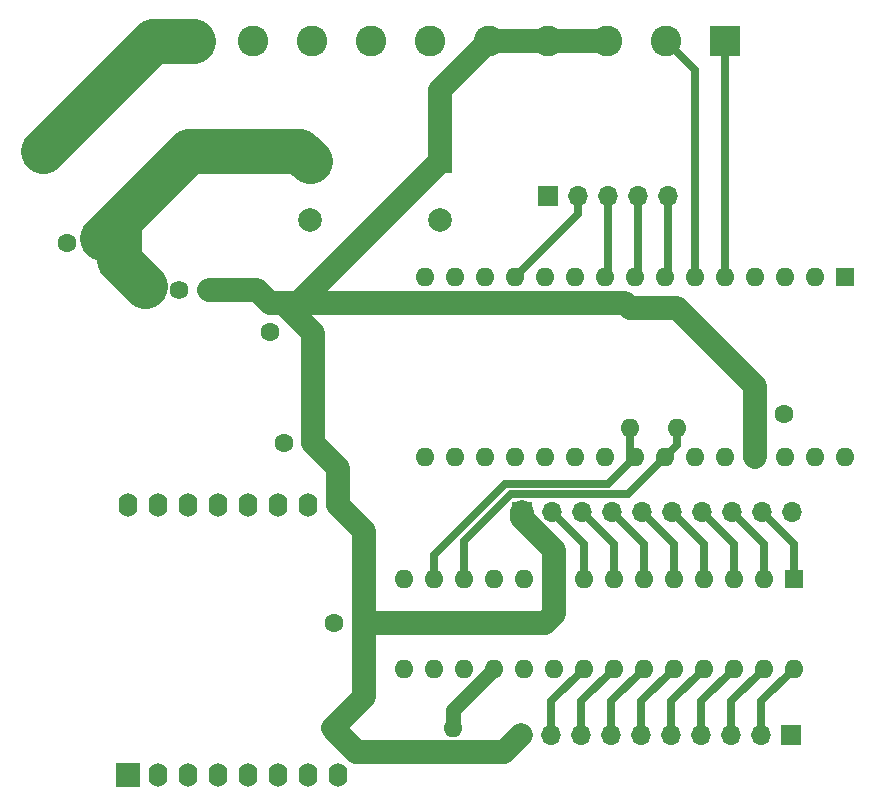
<source format=gbr>
%TF.GenerationSoftware,KiCad,Pcbnew,(5.1.9)-1*%
%TF.CreationDate,2021-11-25T16:44:50-06:00*%
%TF.ProjectId,RC8,5243382e-6b69-4636-9164-5f7063625858,rev?*%
%TF.SameCoordinates,Original*%
%TF.FileFunction,Copper,L1,Top*%
%TF.FilePolarity,Positive*%
%FSLAX46Y46*%
G04 Gerber Fmt 4.6, Leading zero omitted, Abs format (unit mm)*
G04 Created by KiCad (PCBNEW (5.1.9)-1) date 2021-11-25 16:44:50*
%MOMM*%
%LPD*%
G01*
G04 APERTURE LIST*
%TA.AperFunction,ComponentPad*%
%ADD10C,2.600000*%
%TD*%
%TA.AperFunction,ComponentPad*%
%ADD11R,2.600000X2.600000*%
%TD*%
%TA.AperFunction,ComponentPad*%
%ADD12O,1.700000X1.700000*%
%TD*%
%TA.AperFunction,ComponentPad*%
%ADD13R,1.700000X1.700000*%
%TD*%
%TA.AperFunction,ComponentPad*%
%ADD14O,1.600000X2.000000*%
%TD*%
%TA.AperFunction,ComponentPad*%
%ADD15R,2.000000X2.000000*%
%TD*%
%TA.AperFunction,ComponentPad*%
%ADD16C,1.600000*%
%TD*%
%TA.AperFunction,ComponentPad*%
%ADD17C,2.000000*%
%TD*%
%TA.AperFunction,ComponentPad*%
%ADD18O,1.600000X1.600000*%
%TD*%
%TA.AperFunction,ComponentPad*%
%ADD19R,1.600000X1.600000*%
%TD*%
%TA.AperFunction,ComponentPad*%
%ADD20C,1.590000*%
%TD*%
%TA.AperFunction,ComponentPad*%
%ADD21C,3.500000*%
%TD*%
%TA.AperFunction,Conductor*%
%ADD22C,0.635000*%
%TD*%
%TA.AperFunction,Conductor*%
%ADD23C,2.032000*%
%TD*%
%TA.AperFunction,Conductor*%
%ADD24C,1.270000*%
%TD*%
%TA.AperFunction,Conductor*%
%ADD25C,3.810000*%
%TD*%
G04 APERTURE END LIST*
D10*
%TO.P,J4,10*%
%TO.N,Net-(D1-PadA)*%
X65005740Y-45654180D03*
%TO.P,J4,9*%
%TO.N,GND*%
X70005740Y-45654180D03*
%TO.P,J4,8*%
X75005740Y-45654180D03*
%TO.P,J4,7*%
X80005740Y-45654180D03*
%TO.P,J4,6*%
X85005740Y-45654180D03*
%TO.P,J4,5*%
%TO.N,Net-(A1-Pad27)*%
X90005740Y-45654180D03*
%TO.P,J4,4*%
X95005740Y-45654180D03*
%TO.P,J4,3*%
X100005740Y-45654180D03*
%TO.P,J4,2*%
%TO.N,Net-(A1-Pad6)*%
X105005740Y-45654180D03*
D11*
%TO.P,J4,1*%
%TO.N,Net-(A1-Pad5)*%
X110005740Y-45654180D03*
%TD*%
D12*
%TO.P,J3,5*%
%TO.N,Net-(A1-Pad7)*%
X105178860Y-58742580D03*
%TO.P,J3,4*%
%TO.N,Net-(A1-Pad8)*%
X102638860Y-58742580D03*
%TO.P,J3,3*%
%TO.N,Net-(A1-Pad9)*%
X100098860Y-58742580D03*
%TO.P,J3,2*%
%TO.N,Net-(A1-Pad12)*%
X97558860Y-58742580D03*
D13*
%TO.P,J3,1*%
%TO.N,GND*%
X95018860Y-58742580D03*
%TD*%
D14*
%TO.P,U2,16*%
%TO.N,Net-(A1-Pad2)*%
X59423300Y-84907120D03*
%TO.P,U2,15*%
%TO.N,Net-(U2-Pad15)*%
X61963300Y-84907120D03*
%TO.P,U2,14*%
%TO.N,Net-(U2-Pad14)*%
X64503300Y-84907120D03*
%TO.P,U2,13*%
%TO.N,Net-(U2-Pad13)*%
X67043300Y-84907120D03*
%TO.P,U2,12*%
%TO.N,Net-(U2-Pad12)*%
X69583300Y-84907120D03*
%TO.P,U2,11*%
%TO.N,Net-(U2-Pad11)*%
X72123300Y-84907120D03*
%TO.P,U2,10*%
%TO.N,GND*%
X74663300Y-84907120D03*
%TO.P,U2,9*%
%TO.N,Net-(A1-Pad27)*%
X77203300Y-84907120D03*
%TO.P,U2,8*%
%TO.N,Net-(U2-Pad8)*%
X77203300Y-107767120D03*
%TO.P,U2,7*%
%TO.N,Net-(U2-Pad7)*%
X74663300Y-107767120D03*
%TO.P,U2,6*%
%TO.N,Net-(U2-Pad6)*%
X72123300Y-107767120D03*
%TO.P,U2,5*%
%TO.N,Net-(U2-Pad5)*%
X69583300Y-107767120D03*
%TO.P,U2,4*%
%TO.N,Net-(U2-Pad4)*%
X67043300Y-107767120D03*
%TO.P,U2,3*%
%TO.N,Net-(U2-Pad3)*%
X64503300Y-107767120D03*
D15*
%TO.P,U2,1*%
%TO.N,Net-(U2-Pad1)*%
X59423300Y-107767120D03*
D14*
%TO.P,U2,2*%
%TO.N,Net-(U2-Pad2)*%
X61963300Y-107767120D03*
%TD*%
D16*
%TO.P,C4,2*%
%TO.N,Net-(A1-Pad27)*%
X75146540Y-79689960D03*
%TO.P,C4,1*%
%TO.N,GND*%
X72646540Y-79689960D03*
%TD*%
D12*
%TO.P,J1,10*%
%TO.N,GND*%
X115685880Y-85498940D03*
%TO.P,J1,9*%
%TO.N,Net-(J1-Pad9)*%
X113145880Y-85498940D03*
%TO.P,J1,8*%
%TO.N,Net-(J1-Pad8)*%
X110605880Y-85498940D03*
%TO.P,J1,7*%
%TO.N,Net-(J1-Pad7)*%
X108065880Y-85498940D03*
%TO.P,J1,6*%
%TO.N,Net-(J1-Pad6)*%
X105525880Y-85498940D03*
%TO.P,J1,5*%
%TO.N,Net-(J1-Pad5)*%
X102985880Y-85498940D03*
%TO.P,J1,4*%
%TO.N,Net-(J1-Pad4)*%
X100445880Y-85498940D03*
%TO.P,J1,3*%
%TO.N,Net-(J1-Pad3)*%
X97905880Y-85498940D03*
%TO.P,J1,2*%
%TO.N,Net-(J1-Pad2)*%
X95365880Y-85498940D03*
D13*
%TO.P,J1,1*%
%TO.N,Net-(A1-Pad27)*%
X92825880Y-85498940D03*
%TD*%
D12*
%TO.P,J2,10*%
%TO.N,Net-(A1-Pad27)*%
X92765880Y-104371140D03*
%TO.P,J2,9*%
%TO.N,Net-(J2-Pad9)*%
X95305880Y-104371140D03*
%TO.P,J2,8*%
%TO.N,Net-(J2-Pad8)*%
X97845880Y-104371140D03*
%TO.P,J2,7*%
%TO.N,Net-(J2-Pad7)*%
X100385880Y-104371140D03*
%TO.P,J2,6*%
%TO.N,Net-(J2-Pad6)*%
X102925880Y-104371140D03*
%TO.P,J2,5*%
%TO.N,Net-(J2-Pad5)*%
X105465880Y-104371140D03*
%TO.P,J2,4*%
%TO.N,Net-(J2-Pad4)*%
X108005880Y-104371140D03*
%TO.P,J2,3*%
%TO.N,Net-(J2-Pad3)*%
X110545880Y-104371140D03*
%TO.P,J2,2*%
%TO.N,Net-(J2-Pad2)*%
X113085880Y-104371140D03*
D13*
%TO.P,J2,1*%
%TO.N,GND*%
X115625880Y-104371140D03*
%TD*%
D17*
%TO.P,C1,2*%
%TO.N,GND*%
X85895180Y-60798720D03*
D15*
%TO.P,C1,1*%
%TO.N,Net-(A1-Pad27)*%
X85895180Y-55798720D03*
%TD*%
D18*
%TO.P,U1,28*%
%TO.N,Net-(J2-Pad2)*%
X115875880Y-98755040D03*
%TO.P,U1,14*%
%TO.N,Net-(U1-Pad14)*%
X82855880Y-91135040D03*
%TO.P,U1,27*%
%TO.N,Net-(J2-Pad3)*%
X113335880Y-98755040D03*
%TO.P,U1,13*%
%TO.N,Net-(A1-Pad23)*%
X85395880Y-91135040D03*
%TO.P,U1,26*%
%TO.N,Net-(J2-Pad4)*%
X110795880Y-98755040D03*
%TO.P,U1,12*%
%TO.N,Net-(A1-Pad24)*%
X87935880Y-91135040D03*
%TO.P,U1,25*%
%TO.N,Net-(J2-Pad5)*%
X108255880Y-98755040D03*
%TO.P,U1,11*%
%TO.N,Net-(U1-Pad11)*%
X90475880Y-91135040D03*
%TO.P,U1,24*%
%TO.N,Net-(J2-Pad6)*%
X105715880Y-98755040D03*
%TO.P,U1,10*%
%TO.N,GND*%
X93015880Y-91135040D03*
%TO.P,U1,23*%
%TO.N,Net-(J2-Pad7)*%
X103175880Y-98755040D03*
%TO.P,U1,9*%
%TO.N,Net-(A1-Pad27)*%
X95555880Y-91135040D03*
%TO.P,U1,22*%
%TO.N,Net-(J2-Pad8)*%
X100635880Y-98755040D03*
%TO.P,U1,8*%
%TO.N,Net-(J1-Pad2)*%
X98095880Y-91135040D03*
%TO.P,U1,21*%
%TO.N,Net-(J2-Pad9)*%
X98095880Y-98755040D03*
%TO.P,U1,7*%
%TO.N,Net-(J1-Pad3)*%
X100635880Y-91135040D03*
%TO.P,U1,20*%
%TO.N,Net-(U1-Pad20)*%
X95555880Y-98755040D03*
%TO.P,U1,6*%
%TO.N,Net-(J1-Pad4)*%
X103175880Y-91135040D03*
%TO.P,U1,19*%
%TO.N,Net-(U1-Pad19)*%
X93015880Y-98755040D03*
%TO.P,U1,5*%
%TO.N,Net-(J1-Pad5)*%
X105715880Y-91135040D03*
%TO.P,U1,18*%
%TO.N,Net-(R1-Pad2)*%
X90475880Y-98755040D03*
%TO.P,U1,4*%
%TO.N,Net-(J1-Pad6)*%
X108255880Y-91135040D03*
%TO.P,U1,17*%
%TO.N,GND*%
X87935880Y-98755040D03*
%TO.P,U1,3*%
%TO.N,Net-(J1-Pad7)*%
X110795880Y-91135040D03*
%TO.P,U1,16*%
%TO.N,GND*%
X85395880Y-98755040D03*
%TO.P,U1,2*%
%TO.N,Net-(J1-Pad8)*%
X113335880Y-91135040D03*
%TO.P,U1,15*%
%TO.N,GND*%
X82855880Y-98755040D03*
D19*
%TO.P,U1,1*%
%TO.N,Net-(J1-Pad9)*%
X115875880Y-91135040D03*
%TD*%
D20*
%TO.P,RG1,3*%
%TO.N,Net-(A1-Pad27)*%
X66306700Y-66716800D03*
%TO.P,RG1,2*%
%TO.N,GND*%
X63766700Y-66716800D03*
%TO.P,RG1,1*%
%TO.N,Net-(C5-Pad1)*%
X61226700Y-66716800D03*
%TD*%
D18*
%TO.P,R2,2*%
%TO.N,Net-(A1-Pad23)*%
X101965760Y-78364080D03*
D16*
%TO.P,R2,1*%
%TO.N,Net-(A1-Pad27)*%
X101965760Y-68204080D03*
%TD*%
D18*
%TO.P,R3,2*%
%TO.N,Net-(A1-Pad24)*%
X105928160Y-78364080D03*
D16*
%TO.P,R3,1*%
%TO.N,Net-(A1-Pad27)*%
X105928160Y-68204080D03*
%TD*%
%TO.P,R1,1*%
%TO.N,Net-(A1-Pad27)*%
X76784200Y-103789480D03*
D18*
%TO.P,R1,2*%
%TO.N,Net-(R1-Pad2)*%
X86944200Y-103789480D03*
%TD*%
D21*
%TO.P,D1,C*%
%TO.N,Net-(C5-Pad1)*%
X67536060Y-54919880D03*
%TO.P,D1,A*%
%TO.N,Net-(D1-PadA)*%
X52296060Y-54919880D03*
%TD*%
D16*
%TO.P,C7,2*%
%TO.N,Net-(A1-Pad27)*%
X112526440Y-77182980D03*
%TO.P,C7,1*%
%TO.N,GND*%
X115026440Y-77182980D03*
%TD*%
D17*
%TO.P,C6,2*%
%TO.N,GND*%
X74856340Y-60798720D03*
D15*
%TO.P,C6,1*%
%TO.N,Net-(C5-Pad1)*%
X74856340Y-55798720D03*
%TD*%
D16*
%TO.P,C5,2*%
%TO.N,GND*%
X54329960Y-62717680D03*
%TO.P,C5,1*%
%TO.N,Net-(C5-Pad1)*%
X56829960Y-62717680D03*
%TD*%
%TO.P,C3,2*%
%TO.N,Net-(A1-Pad27)*%
X79421360Y-94902020D03*
%TO.P,C3,1*%
%TO.N,GND*%
X76921360Y-94902020D03*
%TD*%
%TO.P,C2,2*%
%TO.N,GND*%
X71478140Y-70290060D03*
%TO.P,C2,1*%
%TO.N,Net-(A1-Pad27)*%
X71478140Y-67790060D03*
%TD*%
D18*
%TO.P,A1,16*%
%TO.N,Net-(A1-Pad16)*%
X84582000Y-80873600D03*
%TO.P,A1,15*%
%TO.N,Net-(A1-Pad15)*%
X84582000Y-65633600D03*
%TO.P,A1,30*%
%TO.N,Net-(A1-Pad30)*%
X120142000Y-80873600D03*
%TO.P,A1,14*%
%TO.N,Net-(A1-Pad14)*%
X87122000Y-65633600D03*
%TO.P,A1,29*%
%TO.N,GND*%
X117602000Y-80873600D03*
%TO.P,A1,13*%
%TO.N,Net-(A1-Pad13)*%
X89662000Y-65633600D03*
%TO.P,A1,28*%
%TO.N,Net-(A1-Pad28)*%
X115062000Y-80873600D03*
%TO.P,A1,12*%
%TO.N,Net-(A1-Pad12)*%
X92202000Y-65633600D03*
%TO.P,A1,27*%
%TO.N,Net-(A1-Pad27)*%
X112522000Y-80873600D03*
%TO.P,A1,11*%
%TO.N,Net-(A1-Pad11)*%
X94742000Y-65633600D03*
%TO.P,A1,26*%
%TO.N,Net-(A1-Pad26)*%
X109982000Y-80873600D03*
%TO.P,A1,10*%
%TO.N,Net-(A1-Pad10)*%
X97282000Y-65633600D03*
%TO.P,A1,25*%
%TO.N,Net-(A1-Pad25)*%
X107442000Y-80873600D03*
%TO.P,A1,9*%
%TO.N,Net-(A1-Pad9)*%
X99822000Y-65633600D03*
%TO.P,A1,24*%
%TO.N,Net-(A1-Pad24)*%
X104902000Y-80873600D03*
%TO.P,A1,8*%
%TO.N,Net-(A1-Pad8)*%
X102362000Y-65633600D03*
%TO.P,A1,23*%
%TO.N,Net-(A1-Pad23)*%
X102362000Y-80873600D03*
%TO.P,A1,7*%
%TO.N,Net-(A1-Pad7)*%
X104902000Y-65633600D03*
%TO.P,A1,22*%
%TO.N,Net-(A1-Pad22)*%
X99822000Y-80873600D03*
%TO.P,A1,6*%
%TO.N,Net-(A1-Pad6)*%
X107442000Y-65633600D03*
%TO.P,A1,21*%
%TO.N,Net-(A1-Pad21)*%
X97282000Y-80873600D03*
%TO.P,A1,5*%
%TO.N,Net-(A1-Pad5)*%
X109982000Y-65633600D03*
%TO.P,A1,20*%
%TO.N,Net-(A1-Pad20)*%
X94742000Y-80873600D03*
%TO.P,A1,4*%
%TO.N,GND*%
X112522000Y-65633600D03*
%TO.P,A1,19*%
%TO.N,Net-(A1-Pad19)*%
X92202000Y-80873600D03*
%TO.P,A1,3*%
%TO.N,Net-(A1-Pad3)*%
X115062000Y-65633600D03*
%TO.P,A1,18*%
%TO.N,Net-(A1-Pad18)*%
X89662000Y-80873600D03*
%TO.P,A1,2*%
%TO.N,Net-(A1-Pad2)*%
X117602000Y-65633600D03*
%TO.P,A1,17*%
%TO.N,Net-(A1-Pad17)*%
X87122000Y-80873600D03*
D19*
%TO.P,A1,1*%
%TO.N,Net-(A1-Pad1)*%
X120142000Y-65633600D03*
%TD*%
D22*
%TO.N,Net-(A1-Pad12)*%
X97558860Y-60276740D02*
X92202000Y-65633600D01*
X97558860Y-58742580D02*
X97558860Y-60276740D01*
D23*
%TO.N,Net-(A1-Pad27)*%
X112526440Y-80869160D02*
X112522000Y-80873600D01*
X112526440Y-77182980D02*
X112526440Y-80869160D01*
X112526440Y-74802360D02*
X105928160Y-68204080D01*
X112526440Y-77182980D02*
X112526440Y-74802360D01*
X105928160Y-68204080D02*
X101965760Y-68204080D01*
X77203300Y-81746720D02*
X77203300Y-84907120D01*
X75146540Y-79689960D02*
X77203300Y-81746720D01*
X85895180Y-49764740D02*
X90005740Y-45654180D01*
X85895180Y-55798720D02*
X85895180Y-49764740D01*
X90005740Y-45654180D02*
X95005740Y-45654180D01*
X95005740Y-45654180D02*
X100005740Y-45654180D01*
X95555880Y-88746622D02*
X92825880Y-86016622D01*
X92825880Y-86016622D02*
X92825880Y-85498940D01*
X95555880Y-91135040D02*
X95555880Y-88746622D01*
X70404880Y-66716800D02*
X71478140Y-67790060D01*
X66306700Y-66716800D02*
X70404880Y-66716800D01*
X73903840Y-67790060D02*
X85895180Y-55798720D01*
X71478140Y-67790060D02*
X73903840Y-67790060D01*
X101551740Y-67790060D02*
X101965760Y-68204080D01*
X71478140Y-67790060D02*
X101551740Y-67790060D01*
X72609510Y-67790060D02*
X71478140Y-67790060D01*
X75146540Y-70327090D02*
X72609510Y-67790060D01*
X75146540Y-79689960D02*
X75146540Y-70327090D01*
X78800201Y-105805481D02*
X91331539Y-105805481D01*
X76784200Y-103789480D02*
X78800201Y-105805481D01*
X91331539Y-105805481D02*
X92765880Y-104371140D01*
X79421360Y-94902020D02*
X79421360Y-101152320D01*
X79421360Y-101152320D02*
X76784200Y-103789480D01*
X77203300Y-84907120D02*
X79421360Y-87125180D01*
X79421360Y-87125180D02*
X79421360Y-94902020D01*
X95555880Y-91135040D02*
X95555880Y-94154180D01*
X95555880Y-94154180D02*
X94808040Y-94902020D01*
X79421360Y-94902020D02*
X94808040Y-94902020D01*
D22*
%TO.N,Net-(A1-Pad9)*%
X100098860Y-65356740D02*
X99822000Y-65633600D01*
X100098860Y-58742580D02*
X100098860Y-65356740D01*
%TO.N,Net-(A1-Pad24)*%
X105928160Y-79847440D02*
X104902000Y-80873600D01*
X105928160Y-78364080D02*
X105928160Y-79847440D01*
X101810171Y-83965429D02*
X91924273Y-83965429D01*
X87935880Y-87953822D02*
X87935880Y-91135040D01*
X91924273Y-83965429D02*
X87935880Y-87953822D01*
X104902000Y-80873600D02*
X101810171Y-83965429D01*
%TO.N,Net-(A1-Pad8)*%
X102638860Y-65356740D02*
X102362000Y-65633600D01*
X102638860Y-58742580D02*
X102638860Y-65356740D01*
%TO.N,Net-(A1-Pad23)*%
X101965760Y-80477360D02*
X102362000Y-80873600D01*
X101965760Y-78364080D02*
X101965760Y-80477360D01*
X85395880Y-89116555D02*
X85395880Y-91135040D01*
X102362000Y-80873600D02*
X100105182Y-83130418D01*
X91382017Y-83130418D02*
X85395880Y-89116555D01*
X100105182Y-83130418D02*
X91382017Y-83130418D01*
%TO.N,Net-(A1-Pad7)*%
X105178860Y-65356740D02*
X104902000Y-65633600D01*
X105178860Y-58742580D02*
X105178860Y-65356740D01*
%TO.N,Net-(A1-Pad6)*%
X107442000Y-48090440D02*
X105005740Y-45654180D01*
X107442000Y-65633600D02*
X107442000Y-48090440D01*
%TO.N,Net-(A1-Pad5)*%
X110005740Y-65609860D02*
X109982000Y-65633600D01*
X110005740Y-45654180D02*
X110005740Y-65609860D01*
%TO.N,Net-(J1-Pad4)*%
X103175880Y-88228940D02*
X100445880Y-85498940D01*
X103175880Y-91135040D02*
X103175880Y-88228940D01*
%TO.N,Net-(J1-Pad3)*%
X100635880Y-88228940D02*
X97905880Y-85498940D01*
X100635880Y-91135040D02*
X100635880Y-88228940D01*
%TO.N,Net-(J1-Pad2)*%
X98095880Y-88228940D02*
X95365880Y-85498940D01*
X98095880Y-91135040D02*
X98095880Y-88228940D01*
%TO.N,Net-(J2-Pad9)*%
X95305880Y-101545040D02*
X98095880Y-98755040D01*
X95305880Y-104371140D02*
X95305880Y-101545040D01*
%TO.N,Net-(J2-Pad8)*%
X97845880Y-101545040D02*
X100635880Y-98755040D01*
X97845880Y-104371140D02*
X97845880Y-101545040D01*
%TO.N,Net-(J2-Pad7)*%
X100385880Y-101545040D02*
X103175880Y-98755040D01*
X100385880Y-104371140D02*
X100385880Y-101545040D01*
%TO.N,Net-(J2-Pad6)*%
X102925880Y-101545040D02*
X105715880Y-98755040D01*
X102925880Y-104371140D02*
X102925880Y-101545040D01*
%TO.N,Net-(J2-Pad5)*%
X105465880Y-101545040D02*
X108255880Y-98755040D01*
X105465880Y-104371140D02*
X105465880Y-101545040D01*
%TO.N,Net-(J2-Pad4)*%
X108005880Y-101545040D02*
X110795880Y-98755040D01*
X108005880Y-104371140D02*
X108005880Y-101545040D01*
%TO.N,Net-(J2-Pad3)*%
X110545880Y-101545040D02*
X113335880Y-98755040D01*
X110545880Y-104371140D02*
X110545880Y-101545040D01*
%TO.N,Net-(J2-Pad2)*%
X113085880Y-101545040D02*
X115875880Y-98755040D01*
X113085880Y-104371140D02*
X113085880Y-101545040D01*
%TO.N,Net-(J1-Pad9)*%
X115875880Y-88228940D02*
X113145880Y-85498940D01*
X115875880Y-91135040D02*
X115875880Y-88228940D01*
%TO.N,Net-(J1-Pad8)*%
X113335880Y-88228940D02*
X110605880Y-85498940D01*
X113335880Y-91135040D02*
X113335880Y-88228940D01*
%TO.N,Net-(J1-Pad7)*%
X110795880Y-88228940D02*
X108065880Y-85498940D01*
X110795880Y-91135040D02*
X110795880Y-88228940D01*
%TO.N,Net-(J1-Pad6)*%
X108255880Y-88228940D02*
X105525880Y-85498940D01*
X108255880Y-91135040D02*
X108255880Y-88228940D01*
%TO.N,Net-(J1-Pad5)*%
X105715880Y-88228940D02*
X102985880Y-85498940D01*
X105715880Y-91135040D02*
X105715880Y-88228940D01*
D24*
%TO.N,Net-(R1-Pad2)*%
X86944200Y-102286720D02*
X90475880Y-98755040D01*
X86944200Y-103789480D02*
X86944200Y-102286720D01*
D25*
%TO.N,Net-(D1-PadA)*%
X61561760Y-45654180D02*
X52296060Y-54919880D01*
X65005740Y-45654180D02*
X61561760Y-45654180D01*
%TO.N,Net-(C5-Pad1)*%
X73977500Y-54919880D02*
X74856340Y-55798720D01*
X67536060Y-54919880D02*
X73977500Y-54919880D01*
X67536060Y-54919880D02*
X64627760Y-54919880D01*
X58661300Y-64151400D02*
X60866699Y-66356799D01*
X58661300Y-60886340D02*
X58661300Y-64151400D01*
X64627760Y-54919880D02*
X58661300Y-60886340D01*
X58661300Y-60886340D02*
X57234961Y-62312679D01*
%TD*%
M02*

</source>
